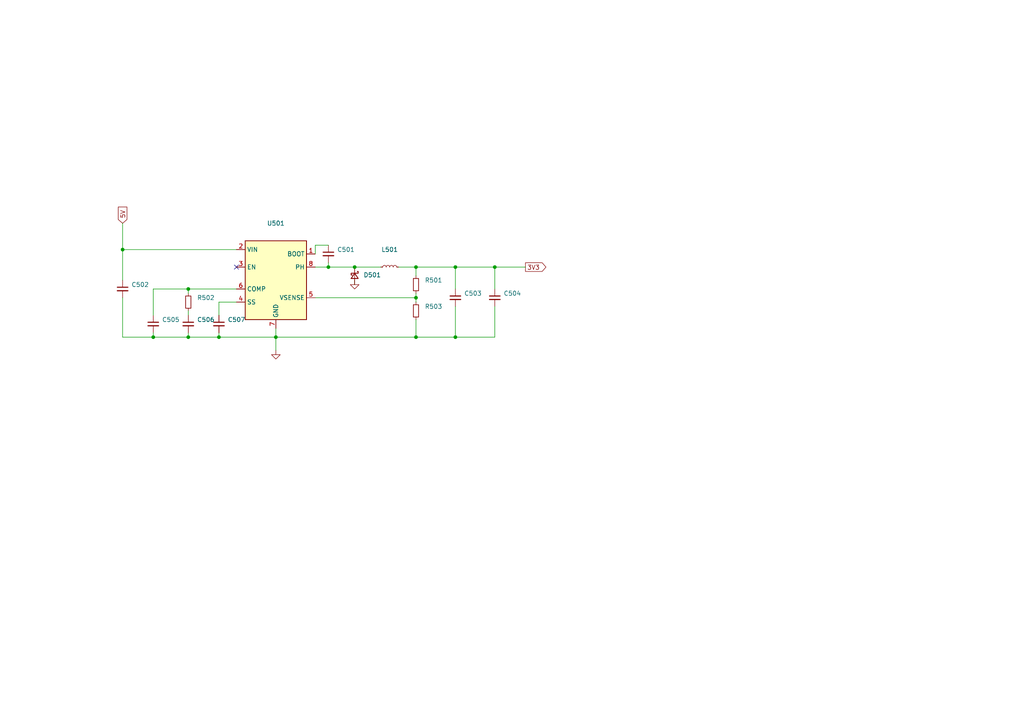
<source format=kicad_sch>
(kicad_sch (version 20211123) (generator eeschema)
  (paper "A4")
  (title_block (title "Smart Chessboard - Buck Converter") (date "2022-10-13") (rev "A") (company "Butler Electronics") (comment 1 "Design by Joshua Butler, MD, MHI"))
  (lib_symbols
    (symbol "Device:C_Small" (pin_numbers hide) (pin_names (offset 0.254) hide)
      (property "Reference" "C" (at 0.254 1.778 0))
      (property "Value" "C_Small" (at 0.254 -2.032 0))
      (symbol "C_Small_0_1"
        (polyline (pts (xy -1.524 -0.508) (xy 1.524 -0.508)) (stroke (width 0.3302)))
        (polyline (pts (xy -1.524 0.508) (xy 1.524 0.508)) (stroke (width 0.3048)))
      )
      (symbol "C_Small_1_1"
        (pin passive line (at 0 2.54 270) (length 2.032) (name "~") (number "1"))
        (pin passive line (at 0 -2.54 90) (length 2.032) (name "~") (number "2"))
      )
    )
    (symbol "Device:D_Schottky_Small" (pin_numbers hide) (pin_names (offset 0.254) hide)
      (property "Reference" "D" (at -1.27 2.032 0))
      (property "Value" "D_Schottky_Small" (at -7.112 -2.032 0))
      (symbol "D_Schottky_Small_0_1"
        (polyline (pts (xy -0.762 0) (xy 0.762 0)))
        (polyline (pts (xy 0.762 -1.016) (xy -0.762 0) (xy 0.762 1.016) (xy 0.762 -1.016)) (stroke (width 0.254)))
        (polyline (pts (xy -1.27 0.762) (xy -1.27 1.016) (xy -0.762 1.016) (xy -0.762 -1.016) (xy -0.254 -1.016) (xy -0.254 -0.762)) (stroke (width 0.254)))
      )
      (symbol "D_Schottky_Small_1_1"
        (pin passive line (at -2.54 0 0) (length 1.778) (name "K") (number "1"))
        (pin passive line (at 2.54 0 180) (length 1.778) (name "A") (number "2"))
      )
    )
    (symbol "Device:L_Small" (pin_numbers hide) (pin_names (offset 0.254) hide)
      (property "Reference" "L" (at 0.762 1.016 0))
      (property "Value" "L_Small" (at 0.762 -1.016 0))
      (symbol "L_Small_0_1"
        (arc (start 0 -2.032) (mid 0.508 -1.524) (end 0 -1.016))
        (arc (start 0 -1.016) (mid 0.508 -0.508) (end 0 0))
        (arc (start 0 0) (mid 0.508 0.508) (end 0 1.016))
        (arc (start 0 1.016) (mid 0.508 1.524) (end 0 2.032))
      )
      (symbol "L_Small_1_1"
        (pin passive line (at 0 2.54 270) (length 0.508) (name "~") (number "1"))
        (pin passive line (at 0 -2.54 90) (length 0.508) (name "~") (number "2"))
      )
    )
    (symbol "Device:R_Small" (pin_numbers hide) (pin_names (offset 0.254) hide)
      (property "Reference" "R" (at 0.762 0.508 0))
      (property "Value" "R_Small" (at 0.762 -1.016 0))
      (symbol "R_Small_0_1"
        (rectangle (start -0.762 1.778) (end 0.762 -1.778) (stroke (width 0.2032)))
      )
      (symbol "R_Small_1_1"
        (pin passive line (at 0 2.54 270) (length 0.762) (name "~") (number "1"))
        (pin passive line (at 0 -2.54 90) (length 0.762) (name "~") (number "2"))
      )
    )
    (symbol "User_Symbols:TPS54331DR"
      (property "Reference" "U" (at 0 16.51 0))
      (property "Value" "TPS54331DR" (at 0 13.97 0))
      (symbol "TPS54331DR_1_1"
        (rectangle (start -8.89 11.43) (end 8.89 -11.43) (stroke (width 0.254)) (fill (type background)))
        (pin input line (at 11.43 7.62 180) (length 2.54) (name "BOOT") (number "1"))
        (pin power_in line (at -11.43 8.89 0) (length 2.54) (name "VIN") (number "2"))
        (pin input line (at -11.43 3.81 0) (length 2.54) (name "EN") (number "3"))
        (pin input line (at -11.43 -6.35 0) (length 2.54) (name "SS") (number "4"))
        (pin input line (at 11.43 -5.08 180) (length 2.54) (name "VSENSE") (number "5"))
        (pin passive line (at -11.43 -2.54 0) (length 2.54) (name "COMP") (number "6"))
        (pin power_in line (at 0 -13.97 90) (length 2.54) (name "GND") (number "7"))
        (pin output line (at 11.43 3.81 180) (length 2.54) (name "PH") (number "8"))
      )
    )
    (symbol "power:GND" (power) (pin_names (offset 0))
      (property "Value" "GND" (at 0 -3.81 0))
      (symbol "GND_0_1"
        (polyline (pts (xy 0 0) (xy 0 -1.27) (xy 1.27 -1.27) (xy 0 -2.54) (xy -1.27 -1.27) (xy 0 -1.27)))
      )
      (symbol "GND_1_1"
        (pin power_in line (at 0 0 270) (length 0) hide (name "GND") (number "1"))
      )
    )
  )
  (junction (at 54.61 83.82))
  (junction (at 120.65 77.47))
  (junction (at 63.5 97.79))
  (junction (at 120.65 86.36))
  (junction (at 44.45 97.79))
  (junction (at 54.61 97.79))
  (junction (at 80.01 97.79))
  (junction (at 102.87 77.47))
  (junction (at 132.08 97.79))
  (junction (at 120.65 97.79))
  (junction (at 35.56 72.39))
  (junction (at 143.51 77.47))
  (junction (at 132.08 77.47))
  (junction (at 95.25 77.47))
  (no_connect (at 68.58 77.47))
  (wire (pts (xy 91.44 77.47) (xy 95.25 77.47)))
  (wire (pts (xy 120.65 80.01) (xy 120.65 77.47)))
  (wire (pts (xy 120.65 86.36) (xy 120.65 87.63)))
  (wire (pts (xy 44.45 97.79) (xy 54.61 97.79)))
  (wire (pts (xy 44.45 96.52) (xy 44.45 97.79)))
  (wire (pts (xy 132.08 83.82) (xy 132.08 77.47)))
  (wire (pts (xy 68.58 72.39) (xy 35.56 72.39)))
  (wire (pts (xy 120.65 85.09) (xy 120.65 86.36)))
  (wire (pts (xy 54.61 96.52) (xy 54.61 97.79)))
  (wire (pts (xy 132.08 97.79) (xy 120.65 97.79)))
  (wire (pts (xy 68.58 87.63) (xy 63.5 87.63)))
  (wire (pts (xy 63.5 96.52) (xy 63.5 97.79)))
  (wire (pts (xy 143.51 77.47) (xy 132.08 77.47)))
  (wire (pts (xy 80.01 95.25) (xy 80.01 97.79)))
  (wire (pts (xy 35.56 72.39) (xy 35.56 64.77)))
  (wire (pts (xy 143.51 88.9) (xy 143.51 97.79)))
  (wire (pts (xy 54.61 90.17) (xy 54.61 91.44)))
  (wire (pts (xy 80.01 97.79) (xy 80.01 101.6)))
  (wire (pts (xy 44.45 83.82) (xy 44.45 91.44)))
  (wire (pts (xy 91.44 86.36) (xy 120.65 86.36)))
  (wire (pts (xy 63.5 97.79) (xy 80.01 97.79)))
  (wire (pts (xy 35.56 86.36) (xy 35.56 97.79)))
  (wire (pts (xy 115.57 77.47) (xy 120.65 77.47)))
  (wire (pts (xy 95.25 76.2) (xy 95.25 77.47)))
  (wire (pts (xy 132.08 88.9) (xy 132.08 97.79)))
  (wire (pts (xy 91.44 71.12) (xy 95.25 71.12)))
  (wire (pts (xy 132.08 77.47) (xy 120.65 77.47)))
  (wire (pts (xy 102.87 77.47) (xy 110.49 77.47)))
  (wire (pts (xy 120.65 97.79) (xy 80.01 97.79)))
  (wire (pts (xy 143.51 83.82) (xy 143.51 77.47)))
  (wire (pts (xy 54.61 83.82) (xy 44.45 83.82)))
  (wire (pts (xy 120.65 92.71) (xy 120.65 97.79)))
  (wire (pts (xy 35.56 97.79) (xy 44.45 97.79)))
  (wire (pts (xy 63.5 87.63) (xy 63.5 91.44)))
  (wire (pts (xy 143.51 77.47) (xy 152.4 77.47)))
  (wire (pts (xy 54.61 83.82) (xy 54.61 85.09)))
  (wire (pts (xy 54.61 97.79) (xy 63.5 97.79)))
  (wire (pts (xy 68.58 83.82) (xy 54.61 83.82)))
  (wire (pts (xy 35.56 72.39) (xy 35.56 81.28)))
  (wire (pts (xy 95.25 77.47) (xy 102.87 77.47)))
  (wire (pts (xy 102.87 81.28) (xy 102.87 82.55)))
  (wire (pts (xy 91.44 73.66) (xy 91.44 71.12)))
  (wire (pts (xy 143.51 97.79) (xy 132.08 97.79)))
  (global_label "5V" (shape input) (at 35.56 64.77 90) (property "Intersheet References" "${INTERSHEET_REFS}" (effects hide)))
  (global_label "3V3" (shape output) (at 152.4 77.47 0) (property "Intersheet References" "${INTERSHEET_REFS}" (effects hide)))
  (symbol (lib_id "Device:C_Small") (at 132.08 86.36 0) (unit 1)
    (property "Reference" "C503" (at 134.62 85.0962 0) (effects (justify left)))
  )
  (symbol (lib_id "Device:R_Small") (at 54.61 87.63 0) (unit 1)
    (property "Reference" "R502" (at 57.15 86.3599 0) (effects (justify left)))
  )
  (symbol (lib_id "Device:C_Small") (at 54.61 93.98 0) (unit 1)
    (property "Reference" "C506" (at 57.15 92.7162 0) (effects (justify left)))
  )
  (symbol (lib_id "Device:L_Small") (at 113.03 77.47 90) (unit 1)
    (property "Reference" "L501" (at 113.03 72.39 90))
  )
  (symbol (lib_id "Device:C_Small") (at 63.5 93.98 0) (unit 1)
    (property "Reference" "C507" (at 66.04 92.7162 0) (effects (justify left)))
  )
  (symbol (lib_id "Device:C_Small") (at 35.56 83.82 0) (unit 1)
    (property "Reference" "C502" (at 38.1 82.5562 0) (effects (justify left)))
  )
  (symbol (lib_id "power:GND") (at 80.01 101.6 0) (unit 1)
    (property "Reference" "#PWR0110" (effects hide))
    (property "Value" "GND" (effects hide))
  )
  (symbol (lib_id "power:GND") (at 102.87 81.28 0) (unit 1)
    (property "Reference" "#PWR0109" (effects hide))
    (property "Value" "GND" (effects hide))
  )
  (symbol (lib_id "Device:R_Small") (at 120.65 82.55 0) (unit 1)
    (property "Reference" "R501" (at 123.19 81.2799 0) (effects (justify left)))
  )
  (symbol (lib_id "Device:C_Small") (at 143.51 86.36 0) (unit 1)
    (property "Reference" "C504" (at 146.05 85.0962 0) (effects (justify left)))
  )
  (symbol (lib_id "Device:D_Schottky_Small") (at 102.87 80.01 270) (unit 1)
    (property "Reference" "D501" (at 105.41 79.7559 90) (effects (justify left)))
    (property "LCSC" "C22452" (effects hide))
  )
  (symbol (lib_id "Device:C_Small") (at 95.25 73.66 0) (unit 1)
    (property "Reference" "C501" (at 97.79 72.3962 0) (effects (justify left)))
  )
  (symbol (lib_id "User_Symbols:TPS54331DR") (at 80.01 81.28 0) (unit 1)
    (property "Reference" "U501" (at 80.01 64.77 0))
    (property "Datasheet" "https://www.ti.com/lit/ds/symlink/tps54331.pdf" (effects hide))
    (property "LCSC" "C9865" (effects hide))
  )
  (symbol (lib_id "Device:C_Small") (at 44.45 93.98 0) (unit 1)
    (property "Reference" "C505" (at 46.99 92.7162 0) (effects (justify left)))
  )
  (symbol (lib_id "Device:R_Small") (at 120.65 90.17 0) (unit 1)
    (property "Reference" "R503" (at 123.19 88.8999 0) (effects (justify left)))
  )
)
</source>
